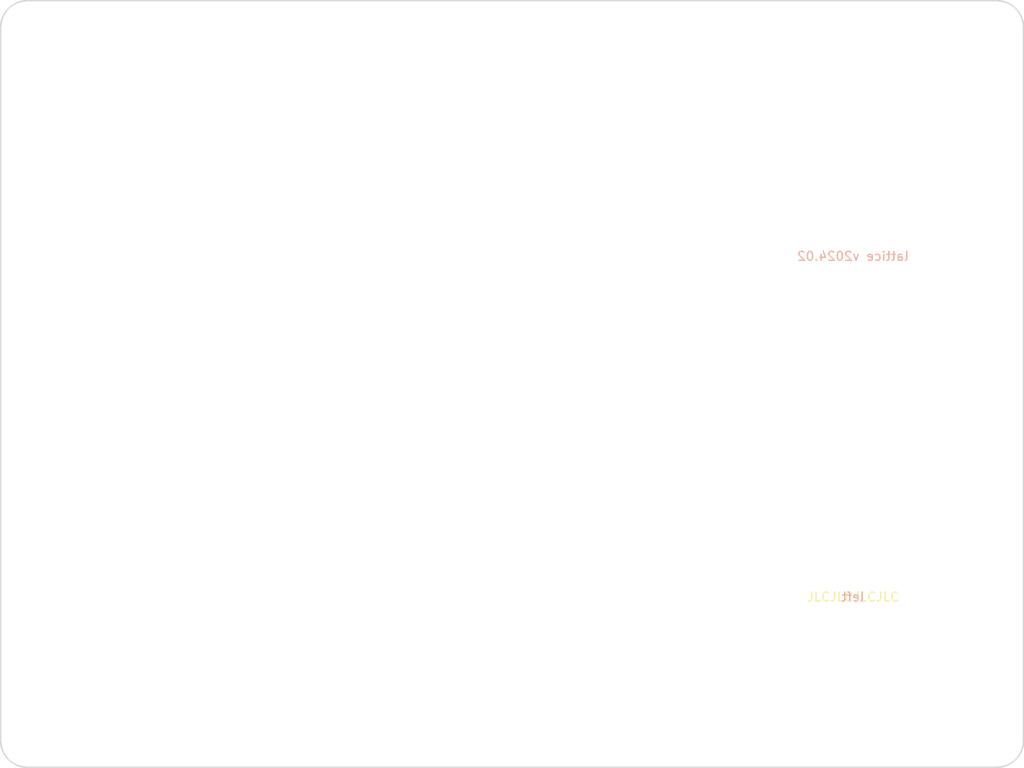
<source format=kicad_pcb>


(kicad_pcb (version 20171130) (host pcbnew 5.1.6)

  (page A4)
  (title_block
    (title lattice)
    (rev 2024.03)
    (company sboysel)
  )

  (general
    (thickness 1.6)
  )

  (layers
    (0 F.Cu signal)
    (31 B.Cu signal)
    (32 B.Adhes user)
    (33 F.Adhes user)
    (34 B.Paste user)
    (35 F.Paste user)
    (36 B.SilkS user)
    (37 F.SilkS user)
    (38 B.Mask user)
    (39 F.Mask user)
    (40 Dwgs.User user)
    (41 Cmts.User user)
    (42 Eco1.User user)
    (43 Eco2.User user)
    (44 Edge.Cuts user)
    (45 Margin user)
    (46 B.CrtYd user)
    (47 F.CrtYd user)
    (48 B.Fab user)
    (49 F.Fab user)
  )

  (setup
    (last_trace_width 0.25)
    (trace_clearance 0.2)
    (zone_clearance 0.508)
    (zone_45_only no)
    (trace_min 0.2)
    (via_size 0.8)
    (via_drill 0.4)
    (via_min_size 0.4)
    (via_min_drill 0.3)
    (uvia_size 0.3)
    (uvia_drill 0.1)
    (uvias_allowed no)
    (uvia_min_size 0.2)
    (uvia_min_drill 0.1)
    (edge_width 0.05)
    (segment_width 0.2)
    (pcb_text_width 0.3)
    (pcb_text_size 1.5 1.5)
    (mod_edge_width 0.12)
    (mod_text_size 1 1)
    (mod_text_width 0.15)
    (pad_size 1.524 1.524)
    (pad_drill 0.762)
    (pad_to_mask_clearance 0.05)
    (aux_axis_origin 0 0)
    (visible_elements FFFFFF7F)
    (pcbplotparams
      (layerselection 0x010fc_ffffffff)
      (usegerberextensions false)
      (usegerberattributes true)
      (usegerberadvancedattributes true)
      (creategerberjobfile true)
      (excludeedgelayer true)
      (linewidth 0.100000)
      (plotframeref false)
      (viasonmask false)
      (mode 1)
      (useauxorigin false)
      (hpglpennumber 1)
      (hpglpenspeed 20)
      (hpglpendiameter 15.000000)
      (psnegative false)
      (psa4output false)
      (plotreference true)
      (plotvalue true)
      (plotinvisibletext false)
      (padsonsilk false)
      (subtractmaskfromsilk false)
      (outputformat 1)
      (mirror false)
      (drillshape 1)
      (scaleselection 1)
      (outputdirectory ""))
  )

  (net 0 "")

  (net_class Default "This is the default net class."
    (clearance 0.2)
    (trace_width 0.25)
    (via_dia 0.8)
    (via_drill 0.4)
    (uvia_dia 0.3)
    (uvia_drill 0.1)
    (add_net "")
  )

  
    
        (module MX_SW_HS (layer B.Cu)

            (at 95.25 114.3 180)
            (fp_text reference "MX1" (at 0 0 0) (layer "B.Fab")
              (effects (font (size 1 1) (thickness 0.15)))
            )
        )
    
        

    
        (module MX_SW_HS (layer B.Cu)

            (at 95.25 95.25 180)
            (fp_text reference "MX2" (at 0 0 0) (layer "B.Fab")
              (effects (font (size 1 1) (thickness 0.15)))
            )
        )
    
        

    
        (module MX_SW_HS (layer B.Cu)

            (at 95.25 76.2 180)
            (fp_text reference "MX3" (at 0 0 0) (layer "B.Fab")
              (effects (font (size 1 1) (thickness 0.15)))
            )
        )
    
        

    
        (module MX_SW_HS (layer B.Cu)

            (at 95.25 57.150000000000006 180)
            (fp_text reference "MX4" (at 0 0 0) (layer "B.Fab")
              (effects (font (size 1 1) (thickness 0.15)))
            )
        )
    
        

    
        (module MX_SW_HS (layer B.Cu)

            (at 114.3 114.3 180)
            (fp_text reference "MX5" (at 0 0 0) (layer "B.Fab")
              (effects (font (size 1 1) (thickness 0.15)))
            )
        )
    
        

    
        (module MX_SW_HS (layer B.Cu)

            (at 114.3 95.25 180)
            (fp_text reference "MX6" (at 0 0 0) (layer "B.Fab")
              (effects (font (size 1 1) (thickness 0.15)))
            )
        )
    
        

    
        (module MX_SW_HS (layer B.Cu)

            (at 114.3 76.2 180)
            (fp_text reference "MX7" (at 0 0 0) (layer "B.Fab")
              (effects (font (size 1 1) (thickness 0.15)))
            )
        )
    
        

    
        (module MX_SW_HS (layer B.Cu)

            (at 114.3 57.150000000000006 180)
            (fp_text reference "MX8" (at 0 0 0) (layer "B.Fab")
              (effects (font (size 1 1) (thickness 0.15)))
            )
        )
    
        

    
        (module MX_SW_HS (layer B.Cu)

            (at 133.35 114.3 180)
            (fp_text reference "MX9" (at 0 0 0) (layer "B.Fab")
              (effects (font (size 1 1) (thickness 0.15)))
            )
        )
    
        

    
        (module MX_SW_HS (layer B.Cu)

            (at 133.35 95.25 180)
            (fp_text reference "MX10" (at 0 0 0) (layer "B.Fab")
              (effects (font (size 1 1) (thickness 0.15)))
            )
        )
    
        

    
        (module MX_SW_HS (layer B.Cu)

            (at 133.35 76.2 180)
            (fp_text reference "MX11" (at 0 0 0) (layer "B.Fab")
              (effects (font (size 1 1) (thickness 0.15)))
            )
        )
    
        

    
        (module MX_SW_HS (layer B.Cu)

            (at 133.35 57.150000000000006 180)
            (fp_text reference "MX12" (at 0 0 0) (layer "B.Fab")
              (effects (font (size 1 1) (thickness 0.15)))
            )
        )
    
        

    
        (module MX_SW_HS (layer B.Cu)

            (at 152.4 114.3 180)
            (fp_text reference "MX13" (at 0 0 0) (layer "B.Fab")
              (effects (font (size 1 1) (thickness 0.15)))
            )
        )
    
        

    
        (module MX_SW_HS (layer B.Cu)

            (at 152.4 95.25 180)
            (fp_text reference "MX14" (at 0 0 0) (layer "B.Fab")
              (effects (font (size 1 1) (thickness 0.15)))
            )
        )
    
        

    
        (module MX_SW_HS (layer B.Cu)

            (at 152.4 76.2 180)
            (fp_text reference "MX15" (at 0 0 0) (layer "B.Fab")
              (effects (font (size 1 1) (thickness 0.15)))
            )
        )
    
        

    
        (module MX_SW_HS (layer B.Cu)

            (at 152.4 57.150000000000006 180)
            (fp_text reference "MX16" (at 0 0 0) (layer "B.Fab")
              (effects (font (size 1 1) (thickness 0.15)))
            )
        )
    
        

    
        (module MX_SW_HS (layer B.Cu)

            (at 171.45 114.3 180)
            (fp_text reference "MX17" (at 0 0 0) (layer "B.Fab")
              (effects (font (size 1 1) (thickness 0.15)))
            )
        )
    
        

    
        (module MX_SW_HS (layer B.Cu)

            (at 171.45 95.25 180)
            (fp_text reference "MX18" (at 0 0 0) (layer "B.Fab")
              (effects (font (size 1 1) (thickness 0.15)))
            )
        )
    
        

    
        (module MX_SW_HS (layer B.Cu)

            (at 171.45 76.2 180)
            (fp_text reference "MX19" (at 0 0 0) (layer "B.Fab")
              (effects (font (size 1 1) (thickness 0.15)))
            )
        )
    
        

    
        (module MX_SW_HS (layer B.Cu)

            (at 171.45 57.150000000000006 180)
            (fp_text reference "MX20" (at 0 0 0) (layer "B.Fab")
              (effects (font (size 1 1) (thickness 0.15)))
            )
        )
    
        

    
        (module MX_SW_HS (layer B.Cu)

            (at 190.5 114.3 180)
            (fp_text reference "MX21" (at 0 0 0) (layer "B.Fab")
              (effects (font (size 1 1) (thickness 0.15)))
            )
        )
    
        

    
        (module MX_SW_HS (layer B.Cu)

            (at 190.5 95.25 180)
            (fp_text reference "MX22" (at 0 0 0) (layer "B.Fab")
              (effects (font (size 1 1) (thickness 0.15)))
            )
        )
    
        

    
        (module MX_SW_HS (layer B.Cu)

            (at 190.5 76.2 180)
            (fp_text reference "MX23" (at 0 0 0) (layer "B.Fab")
              (effects (font (size 1 1) (thickness 0.15)))
            )
        )
    
        

    
        (module MX_SW_HS (layer B.Cu)

            (at 190.5 57.150000000000006 180)
            (fp_text reference "MX24" (at 0 0 0) (layer "B.Fab")
              (effects (font (size 1 1) (thickness 0.15)))
            )
        )
    
        

    
        (module 1N4148W (layer B.Cu)

            (at 87.63 114.3 270)
            (fp_text reference "D1" (at 0 0 0) (layer "B.Fab")
              (effects (font (size 1 1) (thickness 0.15)))
            )
        )
    
        

    
        (module 1N4148W (layer B.Cu)

            (at 87.63 95.25 270)
            (fp_text reference "D2" (at 0 0 0) (layer "B.Fab")
              (effects (font (size 1 1) (thickness 0.15)))
            )
        )
    
        

    
        (module 1N4148W (layer B.Cu)

            (at 87.63 76.2 270)
            (fp_text reference "D3" (at 0 0 0) (layer "B.Fab")
              (effects (font (size 1 1) (thickness 0.15)))
            )
        )
    
        

    
        (module 1N4148W (layer B.Cu)

            (at 87.63 57.150000000000006 270)
            (fp_text reference "D4" (at 0 0 0) (layer "B.Fab")
              (effects (font (size 1 1) (thickness 0.15)))
            )
        )
    
        

    
        (module 1N4148W (layer B.Cu)

            (at 106.67999999999999 114.3 270)
            (fp_text reference "D5" (at 0 0 0) (layer "B.Fab")
              (effects (font (size 1 1) (thickness 0.15)))
            )
        )
    
        

    
        (module 1N4148W (layer B.Cu)

            (at 106.67999999999999 95.25 270)
            (fp_text reference "D6" (at 0 0 0) (layer "B.Fab")
              (effects (font (size 1 1) (thickness 0.15)))
            )
        )
    
        

    
        (module 1N4148W (layer B.Cu)

            (at 106.67999999999999 76.2 270)
            (fp_text reference "D7" (at 0 0 0) (layer "B.Fab")
              (effects (font (size 1 1) (thickness 0.15)))
            )
        )
    
        

    
        (module 1N4148W (layer B.Cu)

            (at 106.67999999999999 57.150000000000006 270)
            (fp_text reference "D8" (at 0 0 0) (layer "B.Fab")
              (effects (font (size 1 1) (thickness 0.15)))
            )
        )
    
        

    
        (module 1N4148W (layer B.Cu)

            (at 125.72999999999999 114.3 270)
            (fp_text reference "D9" (at 0 0 0) (layer "B.Fab")
              (effects (font (size 1 1) (thickness 0.15)))
            )
        )
    
        

    
        (module 1N4148W (layer B.Cu)

            (at 125.72999999999999 95.25 270)
            (fp_text reference "D10" (at 0 0 0) (layer "B.Fab")
              (effects (font (size 1 1) (thickness 0.15)))
            )
        )
    
        

    
        (module 1N4148W (layer B.Cu)

            (at 125.72999999999999 76.2 270)
            (fp_text reference "D11" (at 0 0 0) (layer "B.Fab")
              (effects (font (size 1 1) (thickness 0.15)))
            )
        )
    
        

    
        (module 1N4148W (layer B.Cu)

            (at 125.72999999999999 57.150000000000006 270)
            (fp_text reference "D12" (at 0 0 0) (layer "B.Fab")
              (effects (font (size 1 1) (thickness 0.15)))
            )
        )
    
        

    
        (module 1N4148W (layer B.Cu)

            (at 144.78 114.3 270)
            (fp_text reference "D13" (at 0 0 0) (layer "B.Fab")
              (effects (font (size 1 1) (thickness 0.15)))
            )
        )
    
        

    
        (module 1N4148W (layer B.Cu)

            (at 144.78 95.25 270)
            (fp_text reference "D14" (at 0 0 0) (layer "B.Fab")
              (effects (font (size 1 1) (thickness 0.15)))
            )
        )
    
        

    
        (module 1N4148W (layer B.Cu)

            (at 144.78 76.2 270)
            (fp_text reference "D15" (at 0 0 0) (layer "B.Fab")
              (effects (font (size 1 1) (thickness 0.15)))
            )
        )
    
        

    
        (module 1N4148W (layer B.Cu)

            (at 144.78 57.150000000000006 270)
            (fp_text reference "D16" (at 0 0 0) (layer "B.Fab")
              (effects (font (size 1 1) (thickness 0.15)))
            )
        )
    
        

    
        (module 1N4148W (layer B.Cu)

            (at 163.82999999999998 114.3 270)
            (fp_text reference "D17" (at 0 0 0) (layer "B.Fab")
              (effects (font (size 1 1) (thickness 0.15)))
            )
        )
    
        

    
        (module 1N4148W (layer B.Cu)

            (at 163.82999999999998 95.25 270)
            (fp_text reference "D18" (at 0 0 0) (layer "B.Fab")
              (effects (font (size 1 1) (thickness 0.15)))
            )
        )
    
        

    
        (module 1N4148W (layer B.Cu)

            (at 163.82999999999998 76.2 270)
            (fp_text reference "D19" (at 0 0 0) (layer "B.Fab")
              (effects (font (size 1 1) (thickness 0.15)))
            )
        )
    
        

    
        (module 1N4148W (layer B.Cu)

            (at 163.82999999999998 57.150000000000006 270)
            (fp_text reference "D20" (at 0 0 0) (layer "B.Fab")
              (effects (font (size 1 1) (thickness 0.15)))
            )
        )
    
        

    
        (module 1N4148W (layer B.Cu)

            (at 182.88 114.3 270)
            (fp_text reference "D21" (at 0 0 0) (layer "B.Fab")
              (effects (font (size 1 1) (thickness 0.15)))
            )
        )
    
        

    
        (module 1N4148W (layer B.Cu)

            (at 182.88 95.25 270)
            (fp_text reference "D22" (at 0 0 0) (layer "B.Fab")
              (effects (font (size 1 1) (thickness 0.15)))
            )
        )
    
        

    
        (module 1N4148W (layer B.Cu)

            (at 182.88 76.2 270)
            (fp_text reference "D23" (at 0 0 0) (layer "B.Fab")
              (effects (font (size 1 1) (thickness 0.15)))
            )
        )
    
        

    
        (module 1N4148W (layer B.Cu)

            (at 182.88 57.150000000000006 270)
            (fp_text reference "D24" (at 0 0 0) (layer "B.Fab")
              (effects (font (size 1 1) (thickness 0.15)))
            )
        )
    
        

    
        (module USB_C_Receptacle (layer B.Cu)

            (at 95.25 40.300000000000004 0)
            (fp_text reference "J1" (at 0 0 0) (layer "B.Fab")
              (effects (font (size 1 1) (thickness 0.15)))
            )
        )
    
        

    
        (module 500mA (layer B.Cu)

            (at 103.77499999999999 47.62500000000001 90)
            (fp_text reference "F1" (at 0 0 0) (layer "B.Fab")
              (effects (font (size 1 1) (thickness 0.15)))
            )
        )
    
        

    
        (module 5k1 (layer B.Cu)

            (at 90.4875 47.62500000000001 90)
            (fp_text reference "R1" (at 0 0 0) (layer "B.Fab")
              (effects (font (size 1 1) (thickness 0.15)))
            )
        )
    
        

    
        (module 5k1 (layer B.Cu)

            (at 89.4875 47.62500000000001 90)
            (fp_text reference "R2" (at 0 0 0) (layer "B.Fab")
              (effects (font (size 1 1) (thickness 0.15)))
            )
        )
    
        

    
        (module W25Q128JVS (layer B.Cu)

            (at 104.77499999999999 42.862500000000004 270)
            (fp_text reference "U1" (at 0 0 0) (layer "B.Fab")
              (effects (font (size 1 1) (thickness 0.15)))
            )
        )
    
        

    
        (module 1uF (layer B.Cu)

            (at 104.77499999999999 47.62500000000001 270)
            (fp_text reference "C1" (at 0 0 0) (layer "B.Fab")
              (effects (font (size 1 1) (thickness 0.15)))
            )
        )
    
        

    
        (module 1uF (layer B.Cu)

            (at 105.77499999999999 47.62500000000001 270)
            (fp_text reference "C2" (at 0 0 0) (layer "B.Fab")
              (effects (font (size 1 1) (thickness 0.15)))
            )
        )
    
        

    
        (module USBLC6-2SC6 (layer B.Cu)

            (at 109.5375 42.862500000000004 90)
            (fp_text reference "U2" (at 0 0 0) (layer "B.Fab")
              (effects (font (size 1 1) (thickness 0.15)))
            )
        )
    
        

    
        (module CH552T (layer B.Cu)

            (at 133.35 43.62500000000001 90)
            (fp_text reference "U3" (at 0 0 0) (layer "B.Fab")
              (effects (font (size 1 1) (thickness 0.15)))
            )
        )
    
        

    
        (module USB_C_Receptacle (layer B.Cu)

            (at 190.5 40.300000000000004 0)
            (fp_text reference "J2" (at 0 0 0) (layer "B.Fab")
              (effects (font (size 1 1) (thickness 0.15)))
            )
        )
    
        

            (gr_text "lattice v2024.02" (at 180.975 66.675 0) (layer B.SilkS)
                (effects (font (size 1 1) (thickness 0.15)) (justify mirror))
            )
        

    
        (module Logo_Open_Hardware_Small (layer B.Cu)

            (at 180.975 85.725 180)
            (fp_text reference "SYM1" (at 0 0 0) (layer "B.Fab")
              (effects (font (size 1 1) (thickness 0.15)))
            )
        )
    
        

            (gr_text "JLCJLCJLCJLC" (at 180.975 104.77499999999999 0) (layer F.SilkS)
                (effects (font (size 1 1) (thickness 0.15)) )
            )
        

            (gr_text "left" (at 180.975 104.77499999999999 0) (layer B.SilkS)
                (effects (font (size 1 1) (thickness 0.15)) (justify mirror))
            )
        
  (gr_line (start 85.725 120.825) (end 85.725 41.10000000000001) (angle 90) (layer Edge.Cuts) (width 0.15))
(gr_line (start 88.725 38.10000000000001) (end 197.025 38.10000000000001) (angle 90) (layer Edge.Cuts) (width 0.15))
(gr_line (start 200.025 41.10000000000001) (end 200.025 120.825) (angle 90) (layer Edge.Cuts) (width 0.15))
(gr_line (start 197.025 123.825) (end 88.725 123.825) (angle 90) (layer Edge.Cuts) (width 0.15))
(gr_arc (start 88.725 41.10000000000001) (end 88.725 38.10000000000001) (angle -90) (layer Edge.Cuts) (width 0.15))
(gr_arc (start 197.025 41.10000000000001) (end 200.025 41.10000000000001) (angle -90) (layer Edge.Cuts) (width 0.15))
(gr_arc (start 197.025 120.825) (end 197.025 123.825) (angle -90) (layer Edge.Cuts) (width 0.15))
(gr_arc (start 88.725 120.825) (end 85.725 120.825) (angle -90) (layer Edge.Cuts) (width 0.15))

)


</source>
